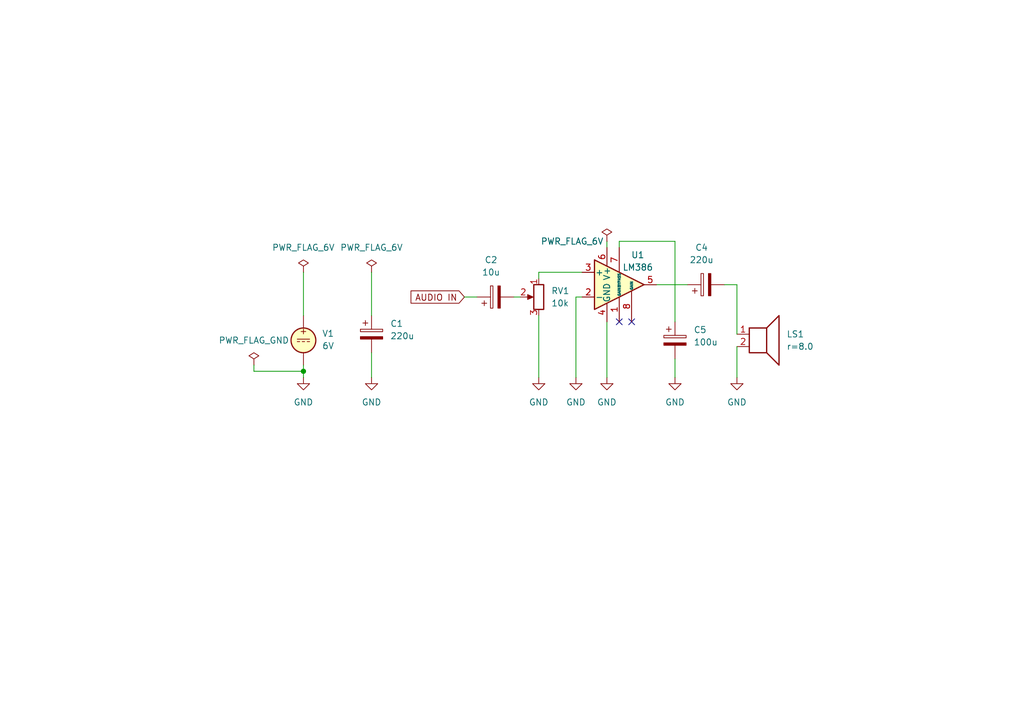
<source format=kicad_sch>
(kicad_sch
	(version 20231120)
	(generator "eeschema")
	(generator_version "8.0")
	(uuid "5f848165-ec96-4f3e-be14-bab1aa8ce7bc")
	(paper "A5")
	(lib_symbols
		(symbol "Amplifier_Audio:LM386"
			(pin_names
				(offset 0.127)
			)
			(exclude_from_sim no)
			(in_bom yes)
			(on_board yes)
			(property "Reference" "U"
				(at 1.27 7.62 0)
				(effects
					(font
						(size 1.27 1.27)
					)
					(justify left)
				)
			)
			(property "Value" "LM386"
				(at 1.27 5.08 0)
				(effects
					(font
						(size 1.27 1.27)
					)
					(justify left)
				)
			)
			(property "Footprint" ""
				(at 2.54 2.54 0)
				(effects
					(font
						(size 1.27 1.27)
					)
					(hide yes)
				)
			)
			(property "Datasheet" "http://www.ti.com/lit/ds/symlink/lm386.pdf"
				(at 5.08 5.08 0)
				(effects
					(font
						(size 1.27 1.27)
					)
					(hide yes)
				)
			)
			(property "Description" "Low Voltage Audio Power Amplifier, DIP-8/SOIC-8/SSOP-8"
				(at 0 0 0)
				(effects
					(font
						(size 1.27 1.27)
					)
					(hide yes)
				)
			)
			(property "ki_keywords" "single Power opamp"
				(at 0 0 0)
				(effects
					(font
						(size 1.27 1.27)
					)
					(hide yes)
				)
			)
			(property "ki_fp_filters" "SOIC*3.9x4.9mm*P1.27mm* DIP*W7.62mm* MSSOP*P0.65mm* TSSOP*3x3mm*P0.5mm*"
				(at 0 0 0)
				(effects
					(font
						(size 1.27 1.27)
					)
					(hide yes)
				)
			)
			(symbol "LM386_0_1"
				(polyline
					(pts
						(xy 5.08 0) (xy -5.08 5.08) (xy -5.08 -5.08) (xy 5.08 0)
					)
					(stroke
						(width 0.254)
						(type default)
					)
					(fill
						(type background)
					)
				)
			)
			(symbol "LM386_1_1"
				(pin input line
					(at 0 -7.62 90)
					(length 5.08)
					(name "GAIN"
						(effects
							(font
								(size 0.508 0.508)
							)
						)
					)
					(number "1"
						(effects
							(font
								(size 1.27 1.27)
							)
						)
					)
				)
				(pin input line
					(at -7.62 -2.54 0)
					(length 2.54)
					(name "-"
						(effects
							(font
								(size 1.27 1.27)
							)
						)
					)
					(number "2"
						(effects
							(font
								(size 1.27 1.27)
							)
						)
					)
				)
				(pin input line
					(at -7.62 2.54 0)
					(length 2.54)
					(name "+"
						(effects
							(font
								(size 1.27 1.27)
							)
						)
					)
					(number "3"
						(effects
							(font
								(size 1.27 1.27)
							)
						)
					)
				)
				(pin power_in line
					(at -2.54 -7.62 90)
					(length 3.81)
					(name "GND"
						(effects
							(font
								(size 1.27 1.27)
							)
						)
					)
					(number "4"
						(effects
							(font
								(size 1.27 1.27)
							)
						)
					)
				)
				(pin output line
					(at 7.62 0 180)
					(length 2.54)
					(name "~"
						(effects
							(font
								(size 1.27 1.27)
							)
						)
					)
					(number "5"
						(effects
							(font
								(size 1.27 1.27)
							)
						)
					)
				)
				(pin power_in line
					(at -2.54 7.62 270)
					(length 3.81)
					(name "V+"
						(effects
							(font
								(size 1.27 1.27)
							)
						)
					)
					(number "6"
						(effects
							(font
								(size 1.27 1.27)
							)
						)
					)
				)
				(pin input line
					(at 0 7.62 270)
					(length 5.08)
					(name "BYPASS"
						(effects
							(font
								(size 0.508 0.508)
							)
						)
					)
					(number "7"
						(effects
							(font
								(size 1.27 1.27)
							)
						)
					)
				)
				(pin input line
					(at 2.54 -7.62 90)
					(length 6.35)
					(name "GAIN"
						(effects
							(font
								(size 0.508 0.508)
							)
						)
					)
					(number "8"
						(effects
							(font
								(size 1.27 1.27)
							)
						)
					)
				)
			)
		)
		(symbol "Device:C_Polarized"
			(pin_numbers hide)
			(pin_names
				(offset 0.254)
			)
			(exclude_from_sim no)
			(in_bom yes)
			(on_board yes)
			(property "Reference" "C"
				(at 0.635 2.54 0)
				(effects
					(font
						(size 1.27 1.27)
					)
					(justify left)
				)
			)
			(property "Value" "C_Polarized"
				(at 0.635 -2.54 0)
				(effects
					(font
						(size 1.27 1.27)
					)
					(justify left)
				)
			)
			(property "Footprint" ""
				(at 0.9652 -3.81 0)
				(effects
					(font
						(size 1.27 1.27)
					)
					(hide yes)
				)
			)
			(property "Datasheet" "~"
				(at 0 0 0)
				(effects
					(font
						(size 1.27 1.27)
					)
					(hide yes)
				)
			)
			(property "Description" "Polarized capacitor"
				(at 0 0 0)
				(effects
					(font
						(size 1.27 1.27)
					)
					(hide yes)
				)
			)
			(property "ki_keywords" "cap capacitor"
				(at 0 0 0)
				(effects
					(font
						(size 1.27 1.27)
					)
					(hide yes)
				)
			)
			(property "ki_fp_filters" "CP_*"
				(at 0 0 0)
				(effects
					(font
						(size 1.27 1.27)
					)
					(hide yes)
				)
			)
			(symbol "C_Polarized_0_1"
				(rectangle
					(start -2.286 0.508)
					(end 2.286 1.016)
					(stroke
						(width 0)
						(type default)
					)
					(fill
						(type none)
					)
				)
				(polyline
					(pts
						(xy -1.778 2.286) (xy -0.762 2.286)
					)
					(stroke
						(width 0)
						(type default)
					)
					(fill
						(type none)
					)
				)
				(polyline
					(pts
						(xy -1.27 2.794) (xy -1.27 1.778)
					)
					(stroke
						(width 0)
						(type default)
					)
					(fill
						(type none)
					)
				)
				(rectangle
					(start 2.286 -0.508)
					(end -2.286 -1.016)
					(stroke
						(width 0)
						(type default)
					)
					(fill
						(type outline)
					)
				)
			)
			(symbol "C_Polarized_1_1"
				(pin passive line
					(at 0 3.81 270)
					(length 2.794)
					(name "~"
						(effects
							(font
								(size 1.27 1.27)
							)
						)
					)
					(number "1"
						(effects
							(font
								(size 1.27 1.27)
							)
						)
					)
				)
				(pin passive line
					(at 0 -3.81 90)
					(length 2.794)
					(name "~"
						(effects
							(font
								(size 1.27 1.27)
							)
						)
					)
					(number "2"
						(effects
							(font
								(size 1.27 1.27)
							)
						)
					)
				)
			)
		)
		(symbol "Device:R_Potentiometer"
			(pin_names
				(offset 1.016) hide)
			(exclude_from_sim no)
			(in_bom yes)
			(on_board yes)
			(property "Reference" "RV"
				(at -4.445 0 90)
				(effects
					(font
						(size 1.27 1.27)
					)
				)
			)
			(property "Value" "R_Potentiometer"
				(at -2.54 0 90)
				(effects
					(font
						(size 1.27 1.27)
					)
				)
			)
			(property "Footprint" ""
				(at 0 0 0)
				(effects
					(font
						(size 1.27 1.27)
					)
					(hide yes)
				)
			)
			(property "Datasheet" "~"
				(at 0 0 0)
				(effects
					(font
						(size 1.27 1.27)
					)
					(hide yes)
				)
			)
			(property "Description" "Potentiometer"
				(at 0 0 0)
				(effects
					(font
						(size 1.27 1.27)
					)
					(hide yes)
				)
			)
			(property "ki_keywords" "resistor variable"
				(at 0 0 0)
				(effects
					(font
						(size 1.27 1.27)
					)
					(hide yes)
				)
			)
			(property "ki_fp_filters" "Potentiometer*"
				(at 0 0 0)
				(effects
					(font
						(size 1.27 1.27)
					)
					(hide yes)
				)
			)
			(symbol "R_Potentiometer_0_1"
				(polyline
					(pts
						(xy 2.54 0) (xy 1.524 0)
					)
					(stroke
						(width 0)
						(type default)
					)
					(fill
						(type none)
					)
				)
				(polyline
					(pts
						(xy 1.143 0) (xy 2.286 0.508) (xy 2.286 -0.508) (xy 1.143 0)
					)
					(stroke
						(width 0)
						(type default)
					)
					(fill
						(type outline)
					)
				)
				(rectangle
					(start 1.016 2.54)
					(end -1.016 -2.54)
					(stroke
						(width 0.254)
						(type default)
					)
					(fill
						(type none)
					)
				)
			)
			(symbol "R_Potentiometer_1_1"
				(pin passive line
					(at 0 3.81 270)
					(length 1.27)
					(name "1"
						(effects
							(font
								(size 1.27 1.27)
							)
						)
					)
					(number "1"
						(effects
							(font
								(size 1.27 1.27)
							)
						)
					)
				)
				(pin passive line
					(at 3.81 0 180)
					(length 1.27)
					(name "2"
						(effects
							(font
								(size 1.27 1.27)
							)
						)
					)
					(number "2"
						(effects
							(font
								(size 1.27 1.27)
							)
						)
					)
				)
				(pin passive line
					(at 0 -3.81 90)
					(length 1.27)
					(name "3"
						(effects
							(font
								(size 1.27 1.27)
							)
						)
					)
					(number "3"
						(effects
							(font
								(size 1.27 1.27)
							)
						)
					)
				)
			)
		)
		(symbol "Device:Speaker"
			(pin_names
				(offset 0) hide)
			(exclude_from_sim no)
			(in_bom yes)
			(on_board yes)
			(property "Reference" "LS"
				(at 1.27 5.715 0)
				(effects
					(font
						(size 1.27 1.27)
					)
					(justify right)
				)
			)
			(property "Value" "Speaker"
				(at 1.27 3.81 0)
				(effects
					(font
						(size 1.27 1.27)
					)
					(justify right)
				)
			)
			(property "Footprint" ""
				(at 0 -5.08 0)
				(effects
					(font
						(size 1.27 1.27)
					)
					(hide yes)
				)
			)
			(property "Datasheet" "~"
				(at -0.254 -1.27 0)
				(effects
					(font
						(size 1.27 1.27)
					)
					(hide yes)
				)
			)
			(property "Description" "Speaker"
				(at 0 0 0)
				(effects
					(font
						(size 1.27 1.27)
					)
					(hide yes)
				)
			)
			(property "ki_keywords" "speaker sound"
				(at 0 0 0)
				(effects
					(font
						(size 1.27 1.27)
					)
					(hide yes)
				)
			)
			(symbol "Speaker_0_0"
				(rectangle
					(start -2.54 1.27)
					(end 1.016 -3.81)
					(stroke
						(width 0.254)
						(type default)
					)
					(fill
						(type none)
					)
				)
				(polyline
					(pts
						(xy 1.016 1.27) (xy 3.556 3.81) (xy 3.556 -6.35) (xy 1.016 -3.81)
					)
					(stroke
						(width 0.254)
						(type default)
					)
					(fill
						(type none)
					)
				)
			)
			(symbol "Speaker_1_1"
				(pin input line
					(at -5.08 0 0)
					(length 2.54)
					(name "1"
						(effects
							(font
								(size 1.27 1.27)
							)
						)
					)
					(number "1"
						(effects
							(font
								(size 1.27 1.27)
							)
						)
					)
				)
				(pin input line
					(at -5.08 -2.54 0)
					(length 2.54)
					(name "2"
						(effects
							(font
								(size 1.27 1.27)
							)
						)
					)
					(number "2"
						(effects
							(font
								(size 1.27 1.27)
							)
						)
					)
				)
			)
		)
		(symbol "Simulation_SPICE:VDC"
			(pin_numbers hide)
			(pin_names
				(offset 0.0254)
			)
			(exclude_from_sim no)
			(in_bom yes)
			(on_board yes)
			(property "Reference" "V"
				(at 2.54 2.54 0)
				(effects
					(font
						(size 1.27 1.27)
					)
					(justify left)
				)
			)
			(property "Value" "1"
				(at 2.54 0 0)
				(effects
					(font
						(size 1.27 1.27)
					)
					(justify left)
				)
			)
			(property "Footprint" ""
				(at 0 0 0)
				(effects
					(font
						(size 1.27 1.27)
					)
					(hide yes)
				)
			)
			(property "Datasheet" "https://ngspice.sourceforge.io/docs/ngspice-html-manual/manual.xhtml#sec_Independent_Sources_for"
				(at 0 0 0)
				(effects
					(font
						(size 1.27 1.27)
					)
					(hide yes)
				)
			)
			(property "Description" "Voltage source, DC"
				(at 0 0 0)
				(effects
					(font
						(size 1.27 1.27)
					)
					(hide yes)
				)
			)
			(property "Sim.Pins" "1=+ 2=-"
				(at 0 0 0)
				(effects
					(font
						(size 1.27 1.27)
					)
					(hide yes)
				)
			)
			(property "Sim.Type" "DC"
				(at 0 0 0)
				(effects
					(font
						(size 1.27 1.27)
					)
					(hide yes)
				)
			)
			(property "Sim.Device" "V"
				(at 0 0 0)
				(effects
					(font
						(size 1.27 1.27)
					)
					(justify left)
					(hide yes)
				)
			)
			(property "ki_keywords" "simulation"
				(at 0 0 0)
				(effects
					(font
						(size 1.27 1.27)
					)
					(hide yes)
				)
			)
			(symbol "VDC_0_0"
				(polyline
					(pts
						(xy -1.27 0.254) (xy 1.27 0.254)
					)
					(stroke
						(width 0)
						(type default)
					)
					(fill
						(type none)
					)
				)
				(polyline
					(pts
						(xy -0.762 -0.254) (xy -1.27 -0.254)
					)
					(stroke
						(width 0)
						(type default)
					)
					(fill
						(type none)
					)
				)
				(polyline
					(pts
						(xy 0.254 -0.254) (xy -0.254 -0.254)
					)
					(stroke
						(width 0)
						(type default)
					)
					(fill
						(type none)
					)
				)
				(polyline
					(pts
						(xy 1.27 -0.254) (xy 0.762 -0.254)
					)
					(stroke
						(width 0)
						(type default)
					)
					(fill
						(type none)
					)
				)
				(text "+"
					(at 0 1.905 0)
					(effects
						(font
							(size 1.27 1.27)
						)
					)
				)
			)
			(symbol "VDC_0_1"
				(circle
					(center 0 0)
					(radius 2.54)
					(stroke
						(width 0.254)
						(type default)
					)
					(fill
						(type background)
					)
				)
			)
			(symbol "VDC_1_1"
				(pin passive line
					(at 0 5.08 270)
					(length 2.54)
					(name "~"
						(effects
							(font
								(size 1.27 1.27)
							)
						)
					)
					(number "1"
						(effects
							(font
								(size 1.27 1.27)
							)
						)
					)
				)
				(pin passive line
					(at 0 -5.08 90)
					(length 2.54)
					(name "~"
						(effects
							(font
								(size 1.27 1.27)
							)
						)
					)
					(number "2"
						(effects
							(font
								(size 1.27 1.27)
							)
						)
					)
				)
			)
		)
		(symbol "power:GND"
			(power)
			(pin_numbers hide)
			(pin_names
				(offset 0) hide)
			(exclude_from_sim no)
			(in_bom yes)
			(on_board yes)
			(property "Reference" "#PWR"
				(at 0 -6.35 0)
				(effects
					(font
						(size 1.27 1.27)
					)
					(hide yes)
				)
			)
			(property "Value" "GND"
				(at 0 -3.81 0)
				(effects
					(font
						(size 1.27 1.27)
					)
				)
			)
			(property "Footprint" ""
				(at 0 0 0)
				(effects
					(font
						(size 1.27 1.27)
					)
					(hide yes)
				)
			)
			(property "Datasheet" ""
				(at 0 0 0)
				(effects
					(font
						(size 1.27 1.27)
					)
					(hide yes)
				)
			)
			(property "Description" "Power symbol creates a global label with name \"GND\" , ground"
				(at 0 0 0)
				(effects
					(font
						(size 1.27 1.27)
					)
					(hide yes)
				)
			)
			(property "ki_keywords" "global power"
				(at 0 0 0)
				(effects
					(font
						(size 1.27 1.27)
					)
					(hide yes)
				)
			)
			(symbol "GND_0_1"
				(polyline
					(pts
						(xy 0 0) (xy 0 -1.27) (xy 1.27 -1.27) (xy 0 -2.54) (xy -1.27 -1.27) (xy 0 -1.27)
					)
					(stroke
						(width 0)
						(type default)
					)
					(fill
						(type none)
					)
				)
			)
			(symbol "GND_1_1"
				(pin power_in line
					(at 0 0 270)
					(length 0)
					(name "~"
						(effects
							(font
								(size 1.27 1.27)
							)
						)
					)
					(number "1"
						(effects
							(font
								(size 1.27 1.27)
							)
						)
					)
				)
			)
		)
		(symbol "power:PWR_FLAG"
			(power)
			(pin_numbers hide)
			(pin_names
				(offset 0) hide)
			(exclude_from_sim no)
			(in_bom yes)
			(on_board yes)
			(property "Reference" "#FLG"
				(at 0 1.905 0)
				(effects
					(font
						(size 1.27 1.27)
					)
					(hide yes)
				)
			)
			(property "Value" "PWR_FLAG"
				(at 0 3.81 0)
				(effects
					(font
						(size 1.27 1.27)
					)
				)
			)
			(property "Footprint" ""
				(at 0 0 0)
				(effects
					(font
						(size 1.27 1.27)
					)
					(hide yes)
				)
			)
			(property "Datasheet" "~"
				(at 0 0 0)
				(effects
					(font
						(size 1.27 1.27)
					)
					(hide yes)
				)
			)
			(property "Description" "Special symbol for telling ERC where power comes from"
				(at 0 0 0)
				(effects
					(font
						(size 1.27 1.27)
					)
					(hide yes)
				)
			)
			(property "ki_keywords" "flag power"
				(at 0 0 0)
				(effects
					(font
						(size 1.27 1.27)
					)
					(hide yes)
				)
			)
			(symbol "PWR_FLAG_0_0"
				(pin power_out line
					(at 0 0 90)
					(length 0)
					(name "~"
						(effects
							(font
								(size 1.27 1.27)
							)
						)
					)
					(number "1"
						(effects
							(font
								(size 1.27 1.27)
							)
						)
					)
				)
			)
			(symbol "PWR_FLAG_0_1"
				(polyline
					(pts
						(xy 0 0) (xy 0 1.27) (xy -1.016 1.905) (xy 0 2.54) (xy 1.016 1.905) (xy 0 1.27)
					)
					(stroke
						(width 0)
						(type default)
					)
					(fill
						(type none)
					)
				)
			)
		)
	)
	(junction
		(at 62.23 76.2)
		(diameter 0)
		(color 0 0 0 0)
		(uuid "caf95cd9-b881-4117-99a2-0ee1c9df490d")
	)
	(no_connect
		(at 127 66.04)
		(uuid "90759d21-a73f-41f4-a7e0-895f8c3a7fcc")
	)
	(no_connect
		(at 129.54 66.04)
		(uuid "d40c65d5-86e0-4170-8517-65aaa4a23ddb")
	)
	(wire
		(pts
			(xy 151.13 58.42) (xy 151.13 68.58)
		)
		(stroke
			(width 0)
			(type default)
		)
		(uuid "0573aee1-aae2-4e35-9eb3-426aedcd22b2")
	)
	(wire
		(pts
			(xy 76.2 72.39) (xy 76.2 77.47)
		)
		(stroke
			(width 0)
			(type default)
		)
		(uuid "171e16cb-9479-4408-a128-d1e47f920739")
	)
	(wire
		(pts
			(xy 119.38 60.96) (xy 118.11 60.96)
		)
		(stroke
			(width 0)
			(type default)
		)
		(uuid "1bfd6c5e-33c8-4470-bb87-a620632553da")
	)
	(wire
		(pts
			(xy 138.43 49.53) (xy 138.43 66.04)
		)
		(stroke
			(width 0)
			(type default)
		)
		(uuid "28519e0a-9e2e-4099-9314-ff1e1c9edae3")
	)
	(wire
		(pts
			(xy 76.2 55.88) (xy 76.2 64.77)
		)
		(stroke
			(width 0)
			(type default)
		)
		(uuid "2c1b570f-a85e-4485-b168-5a0774a043dc")
	)
	(wire
		(pts
			(xy 127 49.53) (xy 138.43 49.53)
		)
		(stroke
			(width 0)
			(type default)
		)
		(uuid "35021512-02d1-4a16-b648-05bdd746e26d")
	)
	(wire
		(pts
			(xy 127 49.53) (xy 127 50.8)
		)
		(stroke
			(width 0)
			(type default)
		)
		(uuid "40542ecc-1a61-4f8c-a1a4-fb8c343387ea")
	)
	(wire
		(pts
			(xy 124.46 49.53) (xy 124.46 50.8)
		)
		(stroke
			(width 0)
			(type default)
		)
		(uuid "4fc651f5-9ba0-49d7-8c18-fd05962ac007")
	)
	(wire
		(pts
			(xy 62.23 55.88) (xy 62.23 64.77)
		)
		(stroke
			(width 0)
			(type default)
		)
		(uuid "55d4313b-eb2f-48f6-9c3f-43ff19ee4c0f")
	)
	(wire
		(pts
			(xy 52.07 74.93) (xy 52.07 76.2)
		)
		(stroke
			(width 0)
			(type default)
		)
		(uuid "58eacd39-1a9d-41de-a710-1ec0afa01bd1")
	)
	(wire
		(pts
			(xy 106.68 60.96) (xy 105.41 60.96)
		)
		(stroke
			(width 0)
			(type default)
		)
		(uuid "5a4fdf9b-9228-437d-bf5f-e8e39c9fc316")
	)
	(wire
		(pts
			(xy 62.23 74.93) (xy 62.23 76.2)
		)
		(stroke
			(width 0)
			(type default)
		)
		(uuid "7ad27a48-1ac5-40b5-ae82-0726833b1397")
	)
	(wire
		(pts
			(xy 138.43 73.66) (xy 138.43 77.47)
		)
		(stroke
			(width 0)
			(type default)
		)
		(uuid "9081c27c-83be-4f19-af8d-b818f01c9842")
	)
	(wire
		(pts
			(xy 134.62 58.42) (xy 140.97 58.42)
		)
		(stroke
			(width 0)
			(type default)
		)
		(uuid "966386d1-c742-4082-85f5-df2f89e59475")
	)
	(wire
		(pts
			(xy 118.11 60.96) (xy 118.11 77.47)
		)
		(stroke
			(width 0)
			(type default)
		)
		(uuid "984fb87b-2a3d-4e74-ab5b-3fb425e1d944")
	)
	(wire
		(pts
			(xy 95.25 60.96) (xy 97.79 60.96)
		)
		(stroke
			(width 0)
			(type default)
		)
		(uuid "abbdf3ec-ad47-4edd-9e42-f9aa2c275419")
	)
	(wire
		(pts
			(xy 151.13 71.12) (xy 151.13 77.47)
		)
		(stroke
			(width 0)
			(type default)
		)
		(uuid "ac51ad46-0275-4f73-bcc0-127e4df8bb7a")
	)
	(wire
		(pts
			(xy 52.07 76.2) (xy 62.23 76.2)
		)
		(stroke
			(width 0)
			(type default)
		)
		(uuid "b3b7ad96-852d-4732-8f15-48860b4a96fd")
	)
	(wire
		(pts
			(xy 124.46 66.04) (xy 124.46 77.47)
		)
		(stroke
			(width 0)
			(type default)
		)
		(uuid "b4ac4c7d-8e71-4007-8971-3d69d2ed7aa6")
	)
	(wire
		(pts
			(xy 151.13 58.42) (xy 148.59 58.42)
		)
		(stroke
			(width 0)
			(type default)
		)
		(uuid "c06e654c-7604-4887-876e-b181d66e46ae")
	)
	(wire
		(pts
			(xy 110.49 55.88) (xy 119.38 55.88)
		)
		(stroke
			(width 0)
			(type default)
		)
		(uuid "c958735d-2f5b-4451-8500-25c360c1dd5f")
	)
	(wire
		(pts
			(xy 62.23 76.2) (xy 62.23 77.47)
		)
		(stroke
			(width 0)
			(type default)
		)
		(uuid "ea493632-55a4-4b5b-ae5d-9837e21e2e2f")
	)
	(wire
		(pts
			(xy 110.49 57.15) (xy 110.49 55.88)
		)
		(stroke
			(width 0)
			(type default)
		)
		(uuid "eb3af5ec-8ac7-4b1d-a68b-ee4b0205644d")
	)
	(wire
		(pts
			(xy 110.49 64.77) (xy 110.49 77.47)
		)
		(stroke
			(width 0)
			(type default)
		)
		(uuid "f38d4381-452f-4de8-910b-37176f065064")
	)
	(global_label "AUDIO IN"
		(shape input)
		(at 95.25 60.96 180)
		(fields_autoplaced yes)
		(effects
			(font
				(size 1.27 1.27)
			)
			(justify right)
		)
		(uuid "81347662-fd7b-4e70-9e2d-a4aaf46163ee")
		(property "Intersheetrefs" "${INTERSHEET_REFS}"
			(at 83.7375 60.96 0)
			(effects
				(font
					(size 1.27 1.27)
				)
				(justify right)
				(hide yes)
			)
		)
	)
	(symbol
		(lib_id "power:GND")
		(at 118.11 77.47 0)
		(unit 1)
		(exclude_from_sim no)
		(in_bom yes)
		(on_board yes)
		(dnp no)
		(fields_autoplaced yes)
		(uuid "04223c73-95fa-4171-b3cd-fcb2c1de9b20")
		(property "Reference" "#PWR04"
			(at 118.11 83.82 0)
			(effects
				(font
					(size 1.27 1.27)
				)
				(hide yes)
			)
		)
		(property "Value" "GND"
			(at 118.11 82.55 0)
			(effects
				(font
					(size 1.27 1.27)
				)
			)
		)
		(property "Footprint" ""
			(at 118.11 77.47 0)
			(effects
				(font
					(size 1.27 1.27)
				)
				(hide yes)
			)
		)
		(property "Datasheet" ""
			(at 118.11 77.47 0)
			(effects
				(font
					(size 1.27 1.27)
				)
				(hide yes)
			)
		)
		(property "Description" "Power symbol creates a global label with name \"GND\" , ground"
			(at 118.11 77.47 0)
			(effects
				(font
					(size 1.27 1.27)
				)
				(hide yes)
			)
		)
		(pin "1"
			(uuid "c4f8e5df-c3aa-419a-8ad8-d852491fb745")
		)
		(instances
			(project "Kicad_Amplificador_Esquema_Eletrico"
				(path "/5f848165-ec96-4f3e-be14-bab1aa8ce7bc"
					(reference "#PWR04")
					(unit 1)
				)
			)
		)
	)
	(symbol
		(lib_id "Amplifier_Audio:LM386")
		(at 127 58.42 0)
		(unit 1)
		(exclude_from_sim no)
		(in_bom yes)
		(on_board yes)
		(dnp no)
		(uuid "05daa1a0-48cb-4ee8-bd44-5569350a403d")
		(property "Reference" "U1"
			(at 130.81 52.324 0)
			(effects
				(font
					(size 1.27 1.27)
				)
			)
		)
		(property "Value" "LM386"
			(at 130.81 54.864 0)
			(effects
				(font
					(size 1.27 1.27)
				)
			)
		)
		(property "Footprint" ""
			(at 129.54 55.88 0)
			(effects
				(font
					(size 1.27 1.27)
				)
				(hide yes)
			)
		)
		(property "Datasheet" "http://www.ti.com/lit/ds/symlink/lm386.pdf"
			(at 132.08 53.34 0)
			(effects
				(font
					(size 1.27 1.27)
				)
				(hide yes)
			)
		)
		(property "Description" "Low Voltage Audio Power Amplifier, DIP-8/SOIC-8/SSOP-8"
			(at 127 58.42 0)
			(effects
				(font
					(size 1.27 1.27)
				)
				(hide yes)
			)
		)
		(property "Sim.Library" "LM386.lib"
			(at 127 58.42 0)
			(effects
				(font
					(size 1.27 1.27)
				)
				(hide yes)
			)
		)
		(property "Sim.Name" "LM386_TI"
			(at 127 58.42 0)
			(effects
				(font
					(size 1.27 1.27)
				)
				(hide yes)
			)
		)
		(property "Sim.Device" "SUBCKT"
			(at 127 58.42 0)
			(effects
				(font
					(size 1.27 1.27)
				)
				(hide yes)
			)
		)
		(property "Sim.Pins" "1=G1 2=INN 3=INP 4=DGND 5=OUT 6=VS 7=BYPASS 8=G8"
			(at 127 58.42 0)
			(effects
				(font
					(size 1.27 1.27)
				)
				(hide yes)
			)
		)
		(pin "6"
			(uuid "d4385251-69f1-4aea-99a7-4dc191096f8e")
		)
		(pin "1"
			(uuid "4d42d816-8ccb-4df1-8401-4836f05b4e42")
		)
		(pin "3"
			(uuid "4959b8ff-ebff-4230-9db1-8e644b6baf6a")
		)
		(pin "7"
			(uuid "f5a46355-d02c-4aaf-b5b5-7932902e5163")
		)
		(pin "4"
			(uuid "9978d976-68ca-4f72-8243-ee7dd6511f0d")
		)
		(pin "2"
			(uuid "76bb66ec-1d8d-4a0b-a32a-7c4852b5a504")
		)
		(pin "8"
			(uuid "e7a566b1-96d2-4c40-992b-b2aa7db1d419")
		)
		(pin "5"
			(uuid "e74e4684-7da3-4935-976f-e01a6e917ecc")
		)
		(instances
			(project ""
				(path "/5f848165-ec96-4f3e-be14-bab1aa8ce7bc"
					(reference "U1")
					(unit 1)
				)
			)
		)
	)
	(symbol
		(lib_id "Device:C_Polarized")
		(at 138.43 69.85 0)
		(unit 1)
		(exclude_from_sim no)
		(in_bom yes)
		(on_board yes)
		(dnp no)
		(fields_autoplaced yes)
		(uuid "0abb754e-6b85-4434-875c-d6f449c45aa5")
		(property "Reference" "C5"
			(at 142.24 67.6909 0)
			(effects
				(font
					(size 1.27 1.27)
				)
				(justify left)
			)
		)
		(property "Value" "100u"
			(at 142.24 70.2309 0)
			(effects
				(font
					(size 1.27 1.27)
				)
				(justify left)
			)
		)
		(property "Footprint" ""
			(at 139.3952 73.66 0)
			(effects
				(font
					(size 1.27 1.27)
				)
				(hide yes)
			)
		)
		(property "Datasheet" "~"
			(at 138.43 69.85 0)
			(effects
				(font
					(size 1.27 1.27)
				)
				(hide yes)
			)
		)
		(property "Description" "Polarized capacitor"
			(at 138.43 69.85 0)
			(effects
				(font
					(size 1.27 1.27)
				)
				(hide yes)
			)
		)
		(pin "2"
			(uuid "e73a72d1-c238-45aa-803c-1777bffa4c81")
		)
		(pin "1"
			(uuid "76cce0d5-88f4-4606-8866-a6acdd49e452")
		)
		(instances
			(project "Kicad_Amplificador"
				(path "/5f848165-ec96-4f3e-be14-bab1aa8ce7bc"
					(reference "C5")
					(unit 1)
				)
			)
		)
	)
	(symbol
		(lib_id "Device:R_Potentiometer")
		(at 110.49 60.96 0)
		(mirror y)
		(unit 1)
		(exclude_from_sim no)
		(in_bom yes)
		(on_board yes)
		(dnp no)
		(uuid "3f724918-81cc-47b2-af7a-d7ee5b4223b4")
		(property "Reference" "RV1"
			(at 113.03 59.6899 0)
			(effects
				(font
					(size 1.27 1.27)
				)
				(justify right)
			)
		)
		(property "Value" "10k"
			(at 113.03 62.2299 0)
			(effects
				(font
					(size 1.27 1.27)
				)
				(justify right)
			)
		)
		(property "Footprint" ""
			(at 110.49 60.96 0)
			(effects
				(font
					(size 1.27 1.27)
				)
				(hide yes)
			)
		)
		(property "Datasheet" "~"
			(at 110.49 60.96 0)
			(effects
				(font
					(size 1.27 1.27)
				)
				(hide yes)
			)
		)
		(property "Description" "Potentiometer"
			(at 110.49 60.96 0)
			(effects
				(font
					(size 1.27 1.27)
				)
				(hide yes)
			)
		)
		(property "Sim.Device" "R"
			(at 110.49 60.96 0)
			(effects
				(font
					(size 1.27 1.27)
				)
				(hide yes)
			)
		)
		(property "Sim.Type" "POT"
			(at 110.49 60.96 0)
			(effects
				(font
					(size 1.27 1.27)
				)
				(hide yes)
			)
		)
		(property "Sim.Pins" "1=r0 2=wiper 3=r1"
			(at 110.49 60.96 0)
			(effects
				(font
					(size 1.27 1.27)
				)
				(hide yes)
			)
		)
		(property "Sim.Params" "r=10k pos=0.9"
			(at 110.49 60.96 0)
			(effects
				(font
					(size 1.27 1.27)
				)
				(hide yes)
			)
		)
		(pin "1"
			(uuid "85b057eb-3775-4107-a827-25a76c147102")
		)
		(pin "2"
			(uuid "6928ade5-6f12-4b66-87df-a009d12cb972")
		)
		(pin "3"
			(uuid "d157e700-be93-4410-8907-e637a1a5e1d0")
		)
		(instances
			(project ""
				(path "/5f848165-ec96-4f3e-be14-bab1aa8ce7bc"
					(reference "RV1")
					(unit 1)
				)
			)
		)
	)
	(symbol
		(lib_id "Device:Speaker")
		(at 156.21 68.58 0)
		(unit 1)
		(exclude_from_sim no)
		(in_bom yes)
		(on_board yes)
		(dnp no)
		(fields_autoplaced yes)
		(uuid "4efb2f78-3138-4b93-9711-bbbc58c085e2")
		(property "Reference" "LS1"
			(at 161.29 68.5799 0)
			(effects
				(font
					(size 1.27 1.27)
				)
				(justify left)
			)
		)
		(property "Value" "${SIM.PARAMS}"
			(at 161.29 71.1199 0)
			(effects
				(font
					(size 1.27 1.27)
				)
				(justify left)
			)
		)
		(property "Footprint" ""
			(at 156.21 73.66 0)
			(effects
				(font
					(size 1.27 1.27)
				)
				(hide yes)
			)
		)
		(property "Datasheet" "~"
			(at 155.956 69.85 0)
			(effects
				(font
					(size 1.27 1.27)
				)
				(hide yes)
			)
		)
		(property "Description" "Speaker"
			(at 156.21 68.58 0)
			(effects
				(font
					(size 1.27 1.27)
				)
				(hide yes)
			)
		)
		(property "Sim.Device" "R"
			(at 156.21 68.58 0)
			(effects
				(font
					(size 1.27 1.27)
				)
				(hide yes)
			)
		)
		(property "Sim.Params" "r=8.0"
			(at 156.21 68.58 0)
			(effects
				(font
					(size 1.27 1.27)
				)
				(hide yes)
			)
		)
		(property "Sim.Pins" "1=+ 2=-"
			(at 156.21 68.58 0)
			(effects
				(font
					(size 1.27 1.27)
				)
				(hide yes)
			)
		)
		(pin "1"
			(uuid "817277ab-42d5-4460-b5ec-cc30771ce641")
		)
		(pin "2"
			(uuid "1cec966b-3b6d-49d0-b0a1-d0eac27768c8")
		)
		(instances
			(project ""
				(path "/5f848165-ec96-4f3e-be14-bab1aa8ce7bc"
					(reference "LS1")
					(unit 1)
				)
			)
		)
	)
	(symbol
		(lib_id "Device:C_Polarized")
		(at 144.78 58.42 90)
		(unit 1)
		(exclude_from_sim no)
		(in_bom yes)
		(on_board yes)
		(dnp no)
		(fields_autoplaced yes)
		(uuid "74c6db63-4154-4bb1-b886-31ca14de410a")
		(property "Reference" "C4"
			(at 143.891 50.8 90)
			(effects
				(font
					(size 1.27 1.27)
				)
			)
		)
		(property "Value" "220u"
			(at 143.891 53.34 90)
			(effects
				(font
					(size 1.27 1.27)
				)
			)
		)
		(property "Footprint" ""
			(at 148.59 57.4548 0)
			(effects
				(font
					(size 1.27 1.27)
				)
				(hide yes)
			)
		)
		(property "Datasheet" "~"
			(at 144.78 58.42 0)
			(effects
				(font
					(size 1.27 1.27)
				)
				(hide yes)
			)
		)
		(property "Description" "Polarized capacitor"
			(at 144.78 58.42 0)
			(effects
				(font
					(size 1.27 1.27)
				)
				(hide yes)
			)
		)
		(property "Sim.Device" "C"
			(at 144.78 58.42 0)
			(effects
				(font
					(size 1.27 1.27)
				)
				(hide yes)
			)
		)
		(property "Sim.Pins" "1=+ 2=-"
			(at 144.78 58.42 0)
			(effects
				(font
					(size 1.27 1.27)
				)
				(hide yes)
			)
		)
		(pin "2"
			(uuid "b53f10eb-0bd0-4fdc-8a1a-a4b6b13c6f0b")
		)
		(pin "1"
			(uuid "e9ae60d5-18ea-41c2-b0d1-4093c7044255")
		)
		(instances
			(project "Kicad_Amplificador"
				(path "/5f848165-ec96-4f3e-be14-bab1aa8ce7bc"
					(reference "C4")
					(unit 1)
				)
			)
		)
	)
	(symbol
		(lib_id "Device:C_Polarized")
		(at 101.6 60.96 90)
		(unit 1)
		(exclude_from_sim no)
		(in_bom yes)
		(on_board yes)
		(dnp no)
		(fields_autoplaced yes)
		(uuid "7a9cb203-70f9-4118-808e-71b06a572f93")
		(property "Reference" "C2"
			(at 100.711 53.34 90)
			(effects
				(font
					(size 1.27 1.27)
				)
			)
		)
		(property "Value" "10u"
			(at 100.711 55.88 90)
			(effects
				(font
					(size 1.27 1.27)
				)
			)
		)
		(property "Footprint" ""
			(at 105.41 59.9948 0)
			(effects
				(font
					(size 1.27 1.27)
				)
				(hide yes)
			)
		)
		(property "Datasheet" "~"
			(at 101.6 60.96 0)
			(effects
				(font
					(size 1.27 1.27)
				)
				(hide yes)
			)
		)
		(property "Description" "Polarized capacitor"
			(at 101.6 60.96 0)
			(effects
				(font
					(size 1.27 1.27)
				)
				(hide yes)
			)
		)
		(pin "2"
			(uuid "56a0db6c-df4c-4301-9f12-ecdb53e9b10e")
		)
		(pin "1"
			(uuid "ec60e9c2-f687-48f7-b8fa-37486889d30e")
		)
		(instances
			(project ""
				(path "/5f848165-ec96-4f3e-be14-bab1aa8ce7bc"
					(reference "C2")
					(unit 1)
				)
			)
		)
	)
	(symbol
		(lib_id "power:GND")
		(at 138.43 77.47 0)
		(unit 1)
		(exclude_from_sim no)
		(in_bom yes)
		(on_board yes)
		(dnp no)
		(fields_autoplaced yes)
		(uuid "7f939ede-587c-49a5-ac62-5470e9cd6fe7")
		(property "Reference" "#PWR06"
			(at 138.43 83.82 0)
			(effects
				(font
					(size 1.27 1.27)
				)
				(hide yes)
			)
		)
		(property "Value" "GND"
			(at 138.43 82.55 0)
			(effects
				(font
					(size 1.27 1.27)
				)
			)
		)
		(property "Footprint" ""
			(at 138.43 77.47 0)
			(effects
				(font
					(size 1.27 1.27)
				)
				(hide yes)
			)
		)
		(property "Datasheet" ""
			(at 138.43 77.47 0)
			(effects
				(font
					(size 1.27 1.27)
				)
				(hide yes)
			)
		)
		(property "Description" "Power symbol creates a global label with name \"GND\" , ground"
			(at 138.43 77.47 0)
			(effects
				(font
					(size 1.27 1.27)
				)
				(hide yes)
			)
		)
		(pin "1"
			(uuid "a4bd1f26-8488-4611-86f3-c5fb60b3fc05")
		)
		(instances
			(project "Kicad_Amplificador_Esquema_Eletrico"
				(path "/5f848165-ec96-4f3e-be14-bab1aa8ce7bc"
					(reference "#PWR06")
					(unit 1)
				)
			)
		)
	)
	(symbol
		(lib_id "Device:C_Polarized")
		(at 76.2 68.58 0)
		(unit 1)
		(exclude_from_sim no)
		(in_bom yes)
		(on_board yes)
		(dnp no)
		(fields_autoplaced yes)
		(uuid "888d9dae-c199-4037-9e40-e32d78e1bbe5")
		(property "Reference" "C1"
			(at 80.01 66.4209 0)
			(effects
				(font
					(size 1.27 1.27)
				)
				(justify left)
			)
		)
		(property "Value" "220u"
			(at 80.01 68.9609 0)
			(effects
				(font
					(size 1.27 1.27)
				)
				(justify left)
			)
		)
		(property "Footprint" ""
			(at 77.1652 72.39 0)
			(effects
				(font
					(size 1.27 1.27)
				)
				(hide yes)
			)
		)
		(property "Datasheet" "~"
			(at 76.2 68.58 0)
			(effects
				(font
					(size 1.27 1.27)
				)
				(hide yes)
			)
		)
		(property "Description" "Polarized capacitor"
			(at 76.2 68.58 0)
			(effects
				(font
					(size 1.27 1.27)
				)
				(hide yes)
			)
		)
		(pin "2"
			(uuid "3bce1022-76fd-4299-87bb-ef0f58803f20")
		)
		(pin "1"
			(uuid "76f0a05d-025e-4524-9afc-1c028c98c58d")
		)
		(instances
			(project "Kicad_Amplificador"
				(path "/5f848165-ec96-4f3e-be14-bab1aa8ce7bc"
					(reference "C1")
					(unit 1)
				)
			)
		)
	)
	(symbol
		(lib_id "power:GND")
		(at 76.2 77.47 0)
		(unit 1)
		(exclude_from_sim no)
		(in_bom yes)
		(on_board yes)
		(dnp no)
		(fields_autoplaced yes)
		(uuid "95129d59-4caa-4a62-b28e-ae534d4d25f7")
		(property "Reference" "#PWR02"
			(at 76.2 83.82 0)
			(effects
				(font
					(size 1.27 1.27)
				)
				(hide yes)
			)
		)
		(property "Value" "GND"
			(at 76.2 82.55 0)
			(effects
				(font
					(size 1.27 1.27)
				)
			)
		)
		(property "Footprint" ""
			(at 76.2 77.47 0)
			(effects
				(font
					(size 1.27 1.27)
				)
				(hide yes)
			)
		)
		(property "Datasheet" ""
			(at 76.2 77.47 0)
			(effects
				(font
					(size 1.27 1.27)
				)
				(hide yes)
			)
		)
		(property "Description" "Power symbol creates a global label with name \"GND\" , ground"
			(at 76.2 77.47 0)
			(effects
				(font
					(size 1.27 1.27)
				)
				(hide yes)
			)
		)
		(pin "1"
			(uuid "9b0499a7-1c63-46e5-a29d-adbcdae4583e")
		)
		(instances
			(project "Kicad_Amplificador_Esquema_Eletrico"
				(path "/5f848165-ec96-4f3e-be14-bab1aa8ce7bc"
					(reference "#PWR02")
					(unit 1)
				)
			)
		)
	)
	(symbol
		(lib_id "power:GND")
		(at 124.46 77.47 0)
		(unit 1)
		(exclude_from_sim no)
		(in_bom yes)
		(on_board yes)
		(dnp no)
		(fields_autoplaced yes)
		(uuid "b00820cc-1711-4172-b641-e69556c2f43a")
		(property "Reference" "#PWR05"
			(at 124.46 83.82 0)
			(effects
				(font
					(size 1.27 1.27)
				)
				(hide yes)
			)
		)
		(property "Value" "GND"
			(at 124.46 82.55 0)
			(effects
				(font
					(size 1.27 1.27)
				)
			)
		)
		(property "Footprint" ""
			(at 124.46 77.47 0)
			(effects
				(font
					(size 1.27 1.27)
				)
				(hide yes)
			)
		)
		(property "Datasheet" ""
			(at 124.46 77.47 0)
			(effects
				(font
					(size 1.27 1.27)
				)
				(hide yes)
			)
		)
		(property "Description" "Power symbol creates a global label with name \"GND\" , ground"
			(at 124.46 77.47 0)
			(effects
				(font
					(size 1.27 1.27)
				)
				(hide yes)
			)
		)
		(pin "1"
			(uuid "537a1096-8d89-4754-aaf7-86aa9e4d39c7")
		)
		(instances
			(project "Kicad_Amplificador_Esquema_Eletrico"
				(path "/5f848165-ec96-4f3e-be14-bab1aa8ce7bc"
					(reference "#PWR05")
					(unit 1)
				)
			)
		)
	)
	(symbol
		(lib_id "power:GND")
		(at 62.23 77.47 0)
		(unit 1)
		(exclude_from_sim no)
		(in_bom yes)
		(on_board yes)
		(dnp no)
		(fields_autoplaced yes)
		(uuid "b86b16d5-e230-4b08-9efb-7c94a2789c8b")
		(property "Reference" "#PWR01"
			(at 62.23 83.82 0)
			(effects
				(font
					(size 1.27 1.27)
				)
				(hide yes)
			)
		)
		(property "Value" "GND"
			(at 62.23 82.55 0)
			(effects
				(font
					(size 1.27 1.27)
				)
			)
		)
		(property "Footprint" ""
			(at 62.23 77.47 0)
			(effects
				(font
					(size 1.27 1.27)
				)
				(hide yes)
			)
		)
		(property "Datasheet" ""
			(at 62.23 77.47 0)
			(effects
				(font
					(size 1.27 1.27)
				)
				(hide yes)
			)
		)
		(property "Description" "Power symbol creates a global label with name \"GND\" , ground"
			(at 62.23 77.47 0)
			(effects
				(font
					(size 1.27 1.27)
				)
				(hide yes)
			)
		)
		(pin "1"
			(uuid "3622bcf2-dc8f-4269-9605-75d356e0a6f8")
		)
		(instances
			(project ""
				(path "/5f848165-ec96-4f3e-be14-bab1aa8ce7bc"
					(reference "#PWR01")
					(unit 1)
				)
			)
		)
	)
	(symbol
		(lib_id "Simulation_SPICE:VDC")
		(at 62.23 69.85 0)
		(unit 1)
		(exclude_from_sim no)
		(in_bom yes)
		(on_board yes)
		(dnp no)
		(fields_autoplaced yes)
		(uuid "c90b0ce2-125f-4a80-9450-220e7f9829f7")
		(property "Reference" "V1"
			(at 66.04 68.4501 0)
			(effects
				(font
					(size 1.27 1.27)
				)
				(justify left)
			)
		)
		(property "Value" "6V"
			(at 66.04 70.9901 0)
			(effects
				(font
					(size 1.27 1.27)
				)
				(justify left)
			)
		)
		(property "Footprint" ""
			(at 62.23 69.85 0)
			(effects
				(font
					(size 1.27 1.27)
				)
				(hide yes)
			)
		)
		(property "Datasheet" "https://ngspice.sourceforge.io/docs/ngspice-html-manual/manual.xhtml#sec_Independent_Sources_for"
			(at 62.23 69.85 0)
			(effects
				(font
					(size 1.27 1.27)
				)
				(hide yes)
			)
		)
		(property "Description" "Voltage source, DC"
			(at 62.23 69.85 0)
			(effects
				(font
					(size 1.27 1.27)
				)
				(hide yes)
			)
		)
		(property "Sim.Pins" "1=+ 2=-"
			(at 62.23 69.85 0)
			(effects
				(font
					(size 1.27 1.27)
				)
				(hide yes)
			)
		)
		(property "Sim.Type" "DC"
			(at 62.23 69.85 0)
			(effects
				(font
					(size 1.27 1.27)
				)
				(hide yes)
			)
		)
		(property "Sim.Device" "V"
			(at 62.23 69.85 0)
			(effects
				(font
					(size 1.27 1.27)
				)
				(justify left)
				(hide yes)
			)
		)
		(pin "1"
			(uuid "909d8cf6-aea5-48df-a5d5-9ab5fa74041a")
		)
		(pin "2"
			(uuid "30761f9c-a9b7-4f0f-a2e3-db608c48aa7c")
		)
		(instances
			(project ""
				(path "/5f848165-ec96-4f3e-be14-bab1aa8ce7bc"
					(reference "V1")
					(unit 1)
				)
			)
		)
	)
	(symbol
		(lib_id "power:GND")
		(at 151.13 77.47 0)
		(unit 1)
		(exclude_from_sim no)
		(in_bom yes)
		(on_board yes)
		(dnp no)
		(fields_autoplaced yes)
		(uuid "c91221d9-c94a-4479-941f-0fd35b76fb10")
		(property "Reference" "#PWR07"
			(at 151.13 83.82 0)
			(effects
				(font
					(size 1.27 1.27)
				)
				(hide yes)
			)
		)
		(property "Value" "GND"
			(at 151.13 82.55 0)
			(effects
				(font
					(size 1.27 1.27)
				)
			)
		)
		(property "Footprint" ""
			(at 151.13 77.47 0)
			(effects
				(font
					(size 1.27 1.27)
				)
				(hide yes)
			)
		)
		(property "Datasheet" ""
			(at 151.13 77.47 0)
			(effects
				(font
					(size 1.27 1.27)
				)
				(hide yes)
			)
		)
		(property "Description" "Power symbol creates a global label with name \"GND\" , ground"
			(at 151.13 77.47 0)
			(effects
				(font
					(size 1.27 1.27)
				)
				(hide yes)
			)
		)
		(pin "1"
			(uuid "b5d69881-fd25-4e95-9b29-7eb505b121c8")
		)
		(instances
			(project "Kicad_Amplificador_Esquema_Eletrico"
				(path "/5f848165-ec96-4f3e-be14-bab1aa8ce7bc"
					(reference "#PWR07")
					(unit 1)
				)
			)
		)
	)
	(symbol
		(lib_id "power:PWR_FLAG")
		(at 76.2 55.88 0)
		(unit 1)
		(exclude_from_sim no)
		(in_bom yes)
		(on_board yes)
		(dnp no)
		(fields_autoplaced yes)
		(uuid "d397b07a-1367-4e79-b194-2853f10053c1")
		(property "Reference" "#FLG02"
			(at 76.2 53.975 0)
			(effects
				(font
					(size 1.27 1.27)
				)
				(hide yes)
			)
		)
		(property "Value" "PWR_FLAG_6V"
			(at 76.2 50.8 0)
			(effects
				(font
					(size 1.27 1.27)
				)
			)
		)
		(property "Footprint" ""
			(at 76.2 55.88 0)
			(effects
				(font
					(size 1.27 1.27)
				)
				(hide yes)
			)
		)
		(property "Datasheet" "~"
			(at 76.2 55.88 0)
			(effects
				(font
					(size 1.27 1.27)
				)
				(hide yes)
			)
		)
		(property "Description" "Special symbol for telling ERC where power comes from"
			(at 76.2 55.88 0)
			(effects
				(font
					(size 1.27 1.27)
				)
				(hide yes)
			)
		)
		(pin "1"
			(uuid "39636829-9177-41dc-aa2f-22720d4a7ffa")
		)
		(instances
			(project "Kicad_Amplificador_Esquema_Eletrico"
				(path "/5f848165-ec96-4f3e-be14-bab1aa8ce7bc"
					(reference "#FLG02")
					(unit 1)
				)
			)
		)
	)
	(symbol
		(lib_id "power:GND")
		(at 110.49 77.47 0)
		(unit 1)
		(exclude_from_sim no)
		(in_bom yes)
		(on_board yes)
		(dnp no)
		(fields_autoplaced yes)
		(uuid "daea0a11-384b-42fe-bb11-63c4cbf4d16d")
		(property "Reference" "#PWR03"
			(at 110.49 83.82 0)
			(effects
				(font
					(size 1.27 1.27)
				)
				(hide yes)
			)
		)
		(property "Value" "GND"
			(at 110.49 82.55 0)
			(effects
				(font
					(size 1.27 1.27)
				)
			)
		)
		(property "Footprint" ""
			(at 110.49 77.47 0)
			(effects
				(font
					(size 1.27 1.27)
				)
				(hide yes)
			)
		)
		(property "Datasheet" ""
			(at 110.49 77.47 0)
			(effects
				(font
					(size 1.27 1.27)
				)
				(hide yes)
			)
		)
		(property "Description" "Power symbol creates a global label with name \"GND\" , ground"
			(at 110.49 77.47 0)
			(effects
				(font
					(size 1.27 1.27)
				)
				(hide yes)
			)
		)
		(pin "1"
			(uuid "161dbfc8-b5a7-4c9d-aaf3-84483755b881")
		)
		(instances
			(project "Kicad_Amplificador_Esquema_Eletrico"
				(path "/5f848165-ec96-4f3e-be14-bab1aa8ce7bc"
					(reference "#PWR03")
					(unit 1)
				)
			)
		)
	)
	(symbol
		(lib_id "power:PWR_FLAG")
		(at 52.07 74.93 0)
		(unit 1)
		(exclude_from_sim no)
		(in_bom yes)
		(on_board yes)
		(dnp no)
		(fields_autoplaced yes)
		(uuid "dd320cb7-a76e-483e-998b-9cadc1c07343")
		(property "Reference" "#FLG04"
			(at 52.07 73.025 0)
			(effects
				(font
					(size 1.27 1.27)
				)
				(hide yes)
			)
		)
		(property "Value" "PWR_FLAG_GND"
			(at 52.07 69.85 0)
			(effects
				(font
					(size 1.27 1.27)
				)
			)
		)
		(property "Footprint" ""
			(at 52.07 74.93 0)
			(effects
				(font
					(size 1.27 1.27)
				)
				(hide yes)
			)
		)
		(property "Datasheet" "~"
			(at 52.07 74.93 0)
			(effects
				(font
					(size 1.27 1.27)
				)
				(hide yes)
			)
		)
		(property "Description" "Special symbol for telling ERC where power comes from"
			(at 52.07 74.93 0)
			(effects
				(font
					(size 1.27 1.27)
				)
				(hide yes)
			)
		)
		(pin "1"
			(uuid "b5848334-c0bc-450f-b291-442ed2d56813")
		)
		(instances
			(project "Kicad_Amplificador_Esquema_Eletrico"
				(path "/5f848165-ec96-4f3e-be14-bab1aa8ce7bc"
					(reference "#FLG04")
					(unit 1)
				)
			)
		)
	)
	(symbol
		(lib_id "power:PWR_FLAG")
		(at 62.23 55.88 0)
		(unit 1)
		(exclude_from_sim no)
		(in_bom yes)
		(on_board yes)
		(dnp no)
		(fields_autoplaced yes)
		(uuid "e43efd6d-982d-4704-a89f-7193d1c53199")
		(property "Reference" "#FLG01"
			(at 62.23 53.975 0)
			(effects
				(font
					(size 1.27 1.27)
				)
				(hide yes)
			)
		)
		(property "Value" "PWR_FLAG_6V"
			(at 62.23 50.8 0)
			(effects
				(font
					(size 1.27 1.27)
				)
			)
		)
		(property "Footprint" ""
			(at 62.23 55.88 0)
			(effects
				(font
					(size 1.27 1.27)
				)
				(hide yes)
			)
		)
		(property "Datasheet" "~"
			(at 62.23 55.88 0)
			(effects
				(font
					(size 1.27 1.27)
				)
				(hide yes)
			)
		)
		(property "Description" "Special symbol for telling ERC where power comes from"
			(at 62.23 55.88 0)
			(effects
				(font
					(size 1.27 1.27)
				)
				(hide yes)
			)
		)
		(pin "1"
			(uuid "98e71aa8-2e92-4eb2-9beb-1743464872c7")
		)
		(instances
			(project ""
				(path "/5f848165-ec96-4f3e-be14-bab1aa8ce7bc"
					(reference "#FLG01")
					(unit 1)
				)
			)
		)
	)
	(symbol
		(lib_id "power:PWR_FLAG")
		(at 124.46 49.53 0)
		(unit 1)
		(exclude_from_sim no)
		(in_bom yes)
		(on_board yes)
		(dnp no)
		(uuid "f37510bc-4bcb-499a-a3d1-2fbe01d39a32")
		(property "Reference" "#FLG03"
			(at 124.46 47.625 0)
			(effects
				(font
					(size 1.27 1.27)
				)
				(hide yes)
			)
		)
		(property "Value" "PWR_FLAG_6V"
			(at 117.348 49.53 0)
			(effects
				(font
					(size 1.27 1.27)
				)
			)
		)
		(property "Footprint" ""
			(at 124.46 49.53 0)
			(effects
				(font
					(size 1.27 1.27)
				)
				(hide yes)
			)
		)
		(property "Datasheet" "~"
			(at 124.46 49.53 0)
			(effects
				(font
					(size 1.27 1.27)
				)
				(hide yes)
			)
		)
		(property "Description" "Special symbol for telling ERC where power comes from"
			(at 124.46 49.53 0)
			(effects
				(font
					(size 1.27 1.27)
				)
				(hide yes)
			)
		)
		(pin "1"
			(uuid "8aa8f31b-ee7c-4587-bff5-5bcc21b0e3dd")
		)
		(instances
			(project "Kicad_Amplificador_Esquema_Eletrico"
				(path "/5f848165-ec96-4f3e-be14-bab1aa8ce7bc"
					(reference "#FLG03")
					(unit 1)
				)
			)
		)
	)
	(sheet_instances
		(path "/"
			(page "1")
		)
	)
)

</source>
